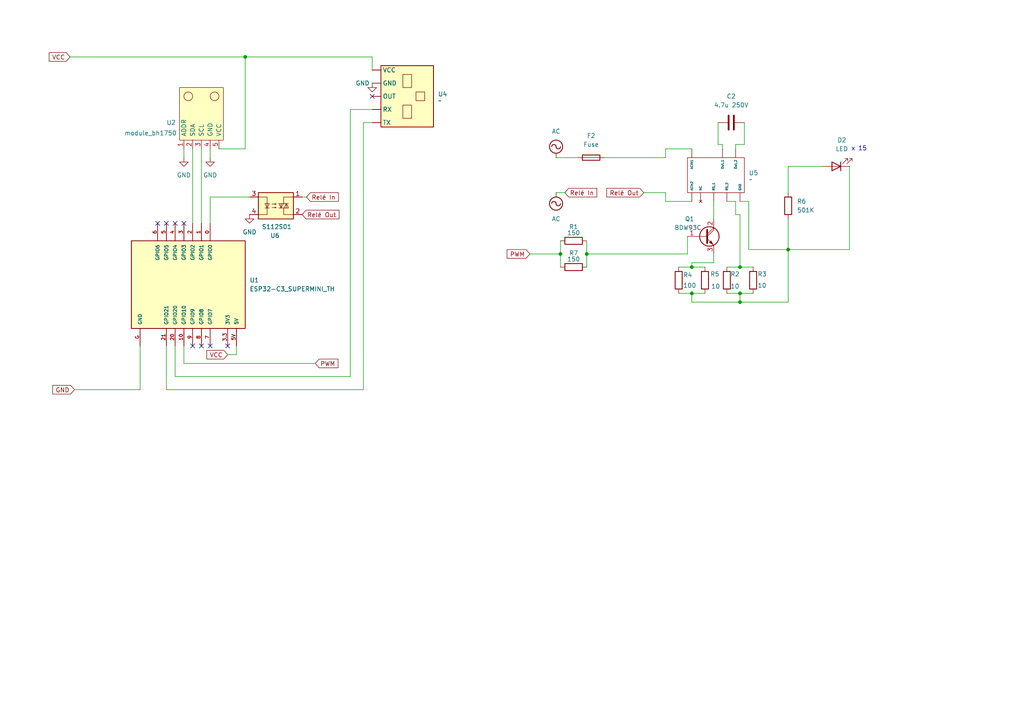
<source format=kicad_sch>
(kicad_sch (version 20250114) (generator "eeschema") (generator_version "9.0")
  (paper "A4")
  (title_block (title "Lâmpada"))
  (lib_symbols
    (symbol "Device:C" (pin_numbers (hide yes)) (pin_names (offset 0.254))
      (property "Reference" "C" (at 0.635 2.54 0))
      (property "Value" "C" (at 0.635 -2.54 0))
      (symbol "C_0_1"
        (polyline (pts (xy -2.032 0.762) (xy 2.032 0.762)) (stroke (width 0.508)))
        (polyline (pts (xy -2.032 -0.762) (xy 2.032 -0.762)) (stroke (width 0.508)))
      )
      (symbol "C_1_1"
        (pin passive line (at 0 3.81 270) (length 2.794) (name "~") (number "1"))
        (pin passive line (at 0 -3.81 90) (length 2.794) (name "~") (number "2"))
      )
    )
    (symbol "Device:Fuse" (pin_numbers (hide yes)) (pin_names (offset 0))
      (property "Reference" "F" (at 2.032 0 90))
      (property "Value" "Fuse" (at -1.905 0 90))
      (symbol "Fuse_0_1"
        (rectangle (start -0.762 -2.54) (end 0.762 2.54) (stroke (width 0.254)))
        (polyline (pts (xy 0 2.54) (xy 0 -2.54)))
      )
      (symbol "Fuse_1_1"
        (pin passive line (at 0 3.81 270) (length 1.27) (name "~") (number "1"))
        (pin passive line (at 0 -3.81 90) (length 1.27) (name "~") (number "2"))
      )
    )
    (symbol "Device:LED" (pin_numbers (hide yes)) (pin_names (offset 1.016) (hide yes))
      (property "Reference" "D" (at 0 2.54 0))
      (property "Value" "LED" (at 0 -2.54 0))
      (symbol "LED_0_1"
        (polyline (pts (xy -3.048 -0.762) (xy -4.572 -2.286) (xy -3.81 -2.286) (xy -4.572 -2.286) (xy -4.572 -1.524)))
        (polyline (pts (xy -1.778 -0.762) (xy -3.302 -2.286) (xy -2.54 -2.286) (xy -3.302 -2.286) (xy -3.302 -1.524)))
        (polyline (pts (xy -1.27 0) (xy 1.27 0)))
        (polyline (pts (xy -1.27 -1.27) (xy -1.27 1.27)) (stroke (width 0.254)))
        (polyline (pts (xy 1.27 -1.27) (xy 1.27 1.27) (xy -1.27 0) (xy 1.27 -1.27)) (stroke (width 0.254)))
      )
      (symbol "LED_1_1"
        (pin passive line (at -3.81 0 0) (length 2.54) (name "K") (number "1"))
        (pin passive line (at 3.81 0 180) (length 2.54) (name "A") (number "2"))
      )
    )
    (symbol "Device:R" (pin_numbers (hide yes)) (pin_names (offset 0))
      (property "Reference" "R" (at 2.032 0 90))
      (property "Value" "R" (at 0 0 90))
      (symbol "R_0_1"
        (rectangle (start -1.016 -2.54) (end 1.016 2.54) (stroke (width 0.254)))
      )
      (symbol "R_1_1"
        (pin passive line (at 0 3.81 270) (length 1.27) (name "~") (number "1"))
        (pin passive line (at 0 -3.81 90) (length 1.27) (name "~") (number "2"))
      )
    )
    (symbol "ESP32-C3_SUPERMINI_TH:ESP32-C3_SUPERMINI_TH" (pin_names (offset 1.016))
      (property "Reference" "U" (at -12.7 16.002 0))
      (property "Value" "ESP32-C3_SUPERMINI_TH" (at -12.7 -20.32 0))
      (symbol "ESP32-C3_SUPERMINI_TH_0_0"
        (rectangle (start -12.7 -17.78) (end 12.7 15.24) (stroke (width 0.254)) (fill (type background)))
        (pin bidirectional line (at -17.78 5.08 0) (length 5.08) (name "GPIO0") (number "0"))
        (pin bidirectional line (at -17.78 2.54 0) (length 5.08) (name "GPIO1") (number "1"))
        (pin bidirectional line (at -17.78 0 0) (length 5.08) (name "GPIO2") (number "2"))
        (pin bidirectional line (at -17.78 -2.54 0) (length 5.08) (name "GPIO3") (number "3"))
        (pin bidirectional line (at -17.78 -5.08 0) (length 5.08) (name "GPIO4") (number "4"))
        (pin bidirectional line (at -17.78 -7.62 0) (length 5.08) (name "GPIO5") (number "5"))
        (pin bidirectional line (at -17.78 -10.16 0) (length 5.08) (name "GPIO6") (number "6"))
        (pin power_in line (at 17.78 12.7 180) (length 5.08) (name "5V") (number "5V"))
        (pin power_in line (at 17.78 10.16 180) (length 5.08) (name "3V3") (number "3.3"))
        (pin bidirectional line (at 17.78 5.08 180) (length 5.08) (name "GPIO7") (number "7"))
        (pin bidirectional line (at 17.78 2.54 180) (length 5.08) (name "GPIO8") (number "8"))
        (pin bidirectional line (at 17.78 0 180) (length 5.08) (name "GPIO9") (number "9"))
        (pin bidirectional line (at 17.78 -2.54 180) (length 5.08) (name "GPIO10") (number "10"))
        (pin bidirectional line (at 17.78 -5.08 180) (length 5.08) (name "GPIO20") (number "20"))
        (pin bidirectional line (at 17.78 -7.62 180) (length 5.08) (name "GPIO21") (number "21"))
        (pin power_in line (at 17.78 -15.24 180) (length 5.08) (name "GND") (number "G"))
      )
    )
    (symbol "JWD1698D_1"
      (property "Reference" "U" (at 8.636 -5.08 0))
      (symbol "JWD1698D_1_0_1"
        (rectangle (start -10.16 -2.54) (end 6.35 -12.7))
      )
      (symbol "JWD1698D_1_1_1"
        (pin input line (at -8.89 0 270) (length 2.54) (name "ACIN1") (number ""))
        (pin input line (at -8.89 -15.24 90) (length 2.54) (name "ACin2") (number ""))
        (pin no_connect line (at -6.35 -15.24 90) (length 2.54) (name "NC") (number ""))
        (pin output line (at -2.54 -15.24 90) (length 2.54) (name "RS_1") (number ""))
        (pin output line (at 0 0 270) (length 2.54) (name "Out_1") (number ""))
        (pin output line (at 1.27 -15.24 90) (length 2.54) (name "RS_2") (number ""))
        (pin output line (at 3.81 0 270) (length 2.54) (name "Out_2") (number ""))
        (pin output line (at 5.08 -15.24 90) (length 2.54) (name "GND") (number ""))
      )
    )
    (symbol "LD2410C_1"
      (property "Reference" "U" (at 0 0 0))
      (symbol "LD2410C_1_0_1"
        (rectangle (start -16.51 7.62) (end -1.27 -10.16) (stroke (width 0.254)) (fill (type background)))
        (polyline (pts (xy -10.16 5.08) (xy -7.62 5.08) (xy -7.62 1.27) (xy -10.16 1.27) (xy -10.16 5.08)))
        (polyline (pts (xy -10.16 -3.81) (xy -10.16 -7.62) (xy -7.62 -7.62) (xy -7.62 -3.81) (xy -10.16 -3.81)))
        (polyline (pts (xy -6.35 0) (xy -3.81 0) (xy -3.81 -2.54) (xy -6.35 -2.54) (xy -6.35 0)))
      )
      (symbol "LD2410C_1_1_1"
        (pin input line (at -19.05 6.35 0) (length 2.54) (name "VCC") (number ""))
        (pin input line (at -19.05 2.54 0) (length 2.54) (name "GND") (number ""))
        (pin output line (at -19.05 -1.27 0) (length 2.54) (name "OUT") (number ""))
        (pin input line (at -19.05 -5.08 0) (length 2.54) (name "RX") (number ""))
        (pin output line (at -19.05 -8.89 0) (length 2.54) (name "TX") (number ""))
      )
    )
    (symbol "Relay_SolidState:S112S01"
      (property "Reference" "U" (at -5.08 5.08 0))
      (property "Value" "S112S01" (at 0 5.08 0))
      (symbol "S112S01_0_1"
        (rectangle (start -5.08 3.81) (end 5.08 -3.81) (stroke (width 0.254)) (fill (type background)))
        (polyline (pts (xy -5.08 2.54) (xy -2.54 2.54) (xy -2.54 -2.54) (xy -5.08 -2.54)))
        (polyline (pts (xy -3.175 -0.635) (xy -1.905 -0.635)))
        (polyline (pts (xy -2.54 -0.635) (xy -3.175 0.635) (xy -1.905 0.635) (xy -2.54 -0.635)))
        (polyline (pts (xy -1.143 0.508) (xy 0.127 0.508) (xy -0.254 0.381) (xy -0.254 0.635) (xy 0.127 0.508)))
        (polyline (pts (xy -1.143 -0.508) (xy 0.127 -0.508) (xy -0.254 -0.635) (xy -0.254 -0.381) (xy 0.127 -0.508)))
        (polyline (pts (xy 0.889 -0.635) (xy 3.683 -0.635) (xy 3.048 0.635) (xy 2.413 -0.635)))
        (polyline (pts (xy 1.524 -0.635) (xy 1.524 0.635)))
        (polyline (pts (xy 2.286 0.635) (xy 2.286 2.54) (xy 5.08 2.54)))
        (polyline (pts (xy 2.286 -0.635) (xy 2.286 -2.54) (xy 5.08 -2.54)))
        (polyline (pts (xy 3.048 0.635) (xy 3.048 -0.635)))
        (polyline (pts (xy 3.683 0.635) (xy 0.889 0.635) (xy 1.524 -0.635) (xy 2.159 0.635)))
      )
      (symbol "S112S01_1_1"
        (pin passive line (at -7.62 2.54 0) (length 2.54) (name "~") (number "3"))
        (pin passive line (at -7.62 -2.54 0) (length 2.54) (name "~") (number "4"))
        (pin passive line (at 7.62 2.54 180) (length 2.54) (name "~") (number "1"))
        (pin passive line (at 7.62 -2.54 180) (length 2.54) (name "~") (number "2"))
      )
    )
    (symbol "Transistor_BJT:BDW93C" (pin_names (offset 0) (hide yes))
      (property "Reference" "Q" (at 5.08 1.905 0))
      (property "Value" "BDW93C" (at 5.08 0 0))
      (symbol "BDW93C_0_1"
        (polyline (pts (xy -2.54 0) (xy 0.635 0)))
        (polyline (pts (xy 0.635 1.905) (xy 0.635 -1.905)) (stroke (width 0.508)))
        (polyline (pts (xy 0.635 0) (xy 2.54 1.905) (xy 2.54 2.54)))
        (circle (center 1.27 0) (radius 2.8194) (stroke (width 0.254)))
      )
      (symbol "BDW93C_1_1"
        (polyline (pts (xy 0.635 0.635) (xy 2.54 2.54)))
        (polyline (pts (xy 0.635 -0.635) (xy 2.54 -2.54)))
        (polyline (pts (xy 1.27 -1.778) (xy 1.778 -1.27) (xy 2.286 -2.286) (xy 1.27 -1.778)) (fill (type outline)))
        (pin input line (at -5.08 0 0) (length 2.54) (name "B") (number "1"))
        (pin passive line (at 2.54 5.08 270) (length 2.54) (name "C") (number "2"))
        (pin passive line (at 2.54 -5.08 90) (length 2.54) (name "E") (number "3"))
      )
    )
    (symbol "power:AC" (power) (pin_numbers (hide yes)) (pin_names (offset 0) (hide yes))
      (property "Value" "AC" (at 0 6.35 0))
      (symbol "AC_0_1"
        (arc (start -1.27 3.175) (mid -0.635 3.8073) (end 0 3.175) (stroke (width 0.254)))
        (circle (center 0 3.175) (radius 1.905) (stroke (width 0.254)))
        (polyline (pts (xy 0 0) (xy 0 1.27)))
        (arc (start 1.27 3.175) (mid 0.635 2.5427) (end 0 3.175) (stroke (width 0.254)))
      )
      (symbol "AC_1_1"
        (pin power_in line (at 0 0 90) (length 0) (name "~") (number "1"))
      )
    )
    (symbol "power:GND" (power) (pin_numbers (hide yes)) (pin_names (offset 0) (hide yes))
      (property "Value" "GND" (at 0 -3.81 0))
      (symbol "GND_0_1"
        (polyline (pts (xy 0 0) (xy 0 -1.27) (xy 1.27 -1.27) (xy 0 -2.54) (xy -1.27 -1.27) (xy 0 -1.27)))
      )
      (symbol "GND_1_1"
        (pin power_in line (at 0 0 270) (length 0) (name "~") (number "1"))
      )
    )
    (symbol "usini_sensors:module_bh1750" (pin_names (offset 1.016))
      (property "Reference" "U" (at 3.81 10.16 0))
      (property "Value" "module_bh1750" (at 10.16 -5.08 0))
      (symbol "module_bh1750_0_1"
        (rectangle (start 2.54 8.89) (end 17.78 -3.81) (fill (type background)))
        (circle (center 15.24 6.35) (radius 1.27))
        (circle (center 15.24 -1.27) (radius 1.27))
      )
      (symbol "module_bh1750_1_1"
        (pin input line (at 0 7.62 0) (length 2.54) (name "ADDR") (number "1"))
        (pin input line (at 0 5.08 0) (length 2.54) (name "SDA") (number "2"))
        (pin input line (at 0 2.54 0) (length 2.54) (name "SCL") (number "3"))
        (pin input line (at 0 0 0) (length 2.54) (name "GND") (number "4"))
        (pin input line (at 0 -2.54 0) (length 2.54) (name "VCC") (number "5"))
      )
    )
  )
  (text "x 15" (at 249.174 43.18 0) (effects (font (size 1.27 1.27))))
  (junction (at 214.63 77.47))
  (junction (at 71.12 16.51))
  (junction (at 214.63 85.09))
  (junction (at 170.18 73.66))
  (junction (at 214.63 87.63))
  (junction (at 162.56 73.66))
  (junction (at 228.6 72.39))
  (junction (at 200.66 85.09))
  (junction (at 200.66 77.47))
  (no_connect (at 55.88 100.33))
  (no_connect (at 53.34 64.77))
  (no_connect (at 50.8 64.77))
  (no_connect (at 60.96 100.33))
  (no_connect (at 45.72 64.77))
  (no_connect (at 48.26 64.77))
  (no_connect (at 107.95 27.94))
  (no_connect (at 58.42 100.33))
  (no_connect (at 66.04 100.33))
  (wire (pts (xy 215.9 35.56) (xy 215.9 41.91)))
  (wire (pts (xy 170.18 73.66) (xy 170.18 77.47)))
  (wire (pts (xy 60.96 57.15) (xy 72.39 57.15)))
  (wire (pts (xy 186.69 55.88) (xy 193.04 55.88)))
  (wire (pts (xy 214.63 58.42) (xy 217.17 58.42)))
  (wire (pts (xy 214.63 85.09) (xy 214.63 87.63)))
  (wire (pts (xy 246.38 48.26) (xy 246.38 72.39)))
  (wire (pts (xy 210.82 85.09) (xy 214.63 85.09)))
  (wire (pts (xy 213.36 62.23) (xy 214.63 62.23)))
  (wire (pts (xy 161.29 45.72) (xy 167.64 45.72)))
  (wire (pts (xy 153.67 73.66) (xy 162.56 73.66)))
  (wire (pts (xy 53.34 100.33) (xy 53.34 105.41)))
  (wire (pts (xy 193.04 55.88) (xy 193.04 58.42)))
  (wire (pts (xy 58.42 43.18) (xy 58.42 64.77)))
  (wire (pts (xy 40.64 113.03) (xy 40.64 100.33)))
  (wire (pts (xy 87.63 57.15) (xy 88.9 57.15)))
  (wire (pts (xy 213.36 43.18) (xy 213.36 41.91)))
  (wire (pts (xy 48.26 100.33) (xy 48.26 113.03)))
  (wire (pts (xy 105.41 35.56) (xy 107.95 35.56)))
  (wire (pts (xy 209.55 41.91) (xy 208.28 41.91)))
  (wire (pts (xy 217.17 58.42) (xy 217.17 72.39)))
  (wire (pts (xy 71.12 16.51) (xy 107.95 16.51)))
  (wire (pts (xy 207.01 76.2) (xy 200.66 76.2)))
  (wire (pts (xy 53.34 45.72) (xy 53.34 43.18)))
  (wire (pts (xy 246.38 72.39) (xy 228.6 72.39)))
  (wire (pts (xy 170.18 73.66) (xy 199.39 73.66)))
  (wire (pts (xy 170.18 69.85) (xy 170.18 73.66)))
  (wire (pts (xy 193.04 43.18) (xy 200.66 43.18)))
  (wire (pts (xy 209.55 43.18) (xy 209.55 41.91)))
  (wire (pts (xy 196.85 85.09) (xy 200.66 85.09)))
  (wire (pts (xy 53.34 105.41) (xy 91.44 105.41)))
  (wire (pts (xy 200.66 77.47) (xy 204.47 77.47)))
  (wire (pts (xy 228.6 48.26) (xy 238.76 48.26)))
  (wire (pts (xy 193.04 45.72) (xy 193.04 43.18)))
  (wire (pts (xy 214.63 87.63) (xy 228.6 87.63)))
  (wire (pts (xy 228.6 72.39) (xy 217.17 72.39)))
  (wire (pts (xy 105.41 35.56) (xy 105.41 113.03)))
  (wire (pts (xy 213.36 58.42) (xy 213.36 62.23)))
  (wire (pts (xy 193.04 58.42) (xy 200.66 58.42)))
  (wire (pts (xy 200.66 87.63) (xy 214.63 87.63)))
  (wire (pts (xy 200.66 85.09) (xy 204.47 85.09)))
  (wire (pts (xy 162.56 73.66) (xy 162.56 77.47)))
  (wire (pts (xy 214.63 62.23) (xy 214.63 77.47)))
  (wire (pts (xy 228.6 87.63) (xy 228.6 72.39)))
  (wire (pts (xy 48.26 113.03) (xy 105.41 113.03)))
  (wire (pts (xy 210.82 77.47) (xy 214.63 77.47)))
  (wire (pts (xy 60.96 64.77) (xy 60.96 57.15)))
  (wire (pts (xy 50.8 100.33) (xy 50.8 109.22)))
  (wire (pts (xy 63.5 43.18) (xy 71.12 43.18)))
  (wire (pts (xy 71.12 16.51) (xy 20.32 16.51)))
  (wire (pts (xy 71.12 43.18) (xy 71.12 16.51)))
  (wire (pts (xy 161.29 55.88) (xy 163.83 55.88)))
  (wire (pts (xy 55.88 43.18) (xy 55.88 64.77)))
  (wire (pts (xy 228.6 72.39) (xy 228.6 63.5)))
  (wire (pts (xy 60.96 43.18) (xy 60.96 45.72)))
  (wire (pts (xy 214.63 85.09) (xy 218.44 85.09)))
  (wire (pts (xy 210.82 58.42) (xy 213.36 58.42)))
  (wire (pts (xy 196.85 77.47) (xy 200.66 77.47)))
  (wire (pts (xy 228.6 55.88) (xy 228.6 48.26)))
  (wire (pts (xy 175.26 45.72) (xy 193.04 45.72)))
  (wire (pts (xy 107.95 20.32) (xy 107.95 16.51)))
  (wire (pts (xy 207.01 58.42) (xy 207.01 63.5)))
  (wire (pts (xy 213.36 41.91) (xy 215.9 41.91)))
  (wire (pts (xy 214.63 77.47) (xy 218.44 77.47)))
  (wire (pts (xy 200.66 76.2) (xy 200.66 77.47)))
  (wire (pts (xy 200.66 85.09) (xy 200.66 87.63)))
  (wire (pts (xy 68.58 102.87) (xy 66.04 102.87)))
  (wire (pts (xy 162.56 73.66) (xy 162.56 69.85)))
  (wire (pts (xy 199.39 73.66) (xy 199.39 68.58)))
  (wire (pts (xy 21.59 113.03) (xy 40.64 113.03)))
  (wire (pts (xy 207.01 73.66) (xy 207.01 76.2)))
  (wire (pts (xy 101.6 31.75) (xy 107.95 31.75)))
  (wire (pts (xy 50.8 109.22) (xy 101.6 109.22)))
  (wire (pts (xy 101.6 31.75) (xy 101.6 109.22)))
  (wire (pts (xy 208.28 35.56) (xy 208.28 41.91)))
  (wire (pts (xy 68.58 102.87) (xy 68.58 100.33)))
  (global_label "Relé Out" (shape input) (at 186.69 55.88 180) (property "Intersheetrefs" "${INTERSHEET_REFS}" (effects (hide yes))))
  (global_label "Relé In" (shape input) (at 88.9 57.15 0) (property "Intersheetrefs" "${INTERSHEET_REFS}" (effects (hide yes))))
  (global_label "PWM" (shape input) (at 153.67 73.66 180) (property "Intersheetrefs" "${INTERSHEET_REFS}" (effects (hide yes))))
  (global_label "Relé Out" (shape input) (at 87.63 62.23 0) (property "Intersheetrefs" "${INTERSHEET_REFS}" (effects (hide yes))))
  (global_label "VCC" (shape input) (at 66.04 102.87 180) (property "Intersheetrefs" "${INTERSHEET_REFS}" (effects (hide yes))))
  (global_label "VCC" (shape input) (at 20.32 16.51 180) (property "Intersheetrefs" "${INTERSHEET_REFS}" (effects (hide yes))))
  (global_label "GND" (shape input) (at 21.59 113.03 180) (property "Intersheetrefs" "${INTERSHEET_REFS}" (effects (hide yes))))
  (global_label "Relé In" (shape input) (at 163.83 55.88 0) (property "Intersheetrefs" "${INTERSHEET_REFS}" (effects (hide yes))))
  (global_label "PWM" (shape input) (at 91.44 105.41 0) (property "Intersheetrefs" "${INTERSHEET_REFS}" (effects (hide yes))))
  (symbol (lib_id "Device:R") (at 210.82 81.28 0) (unit 1)
    (property "Reference" "R2" (at 211.836 79.502 0) (effects (justify left)))
    (property "Value" "10" (at 211.836 83.058 0) (effects (justify left)))
    (property "Description" "Resistor" (effects (hide yes)))
  )
  (symbol (lib_id "Device:R") (at 166.37 69.85 90) (unit 1)
    (property "Reference" "R1" (at 166.37 65.786 90))
    (property "Value" "150" (at 166.37 67.564 90))
    (property "Description" "Resistor" (effects (hide yes)))
  )
  (symbol (lib_id "Device:R") (at 196.85 81.28 0) (unit 1)
    (property "Reference" "R4" (at 198.12 79.756 0) (effects (justify left)))
    (property "Value" "100" (at 198.12 82.804 0) (effects (justify left)))
    (property "Description" "Resistor" (effects (hide yes)))
  )
  (symbol (lib_id "Device:R") (at 204.47 81.28 0) (unit 1)
    (property "Reference" "R5" (at 205.994 79.502 0) (effects (justify left)))
    (property "Value" "10" (at 206.248 83.058 0) (effects (justify left)))
    (property "Description" "Resistor" (effects (hide yes)))
  )
  (symbol (lib_id "Device:C") (at 212.09 35.56 90) (unit 1)
    (property "Reference" "C2" (at 212.09 27.94 90))
    (property "Value" "4.7u 250V" (at 212.09 30.48 90))
    (property "Description" "Unpolarized capacitor" (effects (hide yes)))
  )
  (symbol (lib_name "JWD1698D_1") (lib_id "DIY:JWD1698D") (at 209.55 43.18 0) (unit 1)
    (property "Reference" "U5" (at 217.17 50.1649 0) (effects (justify left)))
    (property "Value" "~" (at 217.17 52.07 0) (effects (justify left)))
  )
  (symbol (lib_id "Device:R") (at 228.6 59.69 0) (unit 1)
    (property "Reference" "R6" (at 231.14 58.4199 0) (effects (justify left)))
    (property "Value" "501K" (at 231.14 60.9599 0) (effects (justify left)))
    (property "Description" "Resistor" (effects (hide yes)))
  )
  (symbol (lib_id "Device:R") (at 166.37 77.47 90) (unit 1)
    (property "Reference" "R7" (at 166.37 73.406 90))
    (property "Value" "150" (at 166.37 75.184 90))
    (property "Description" "Resistor" (effects (hide yes)))
  )
  (symbol (lib_id "Device:Fuse") (at 171.45 45.72 90) (unit 1)
    (property "Reference" "F2" (at 171.45 39.37 90))
    (property "Value" "Fuse" (at 171.45 41.91 90))
    (property "Description" "Fuse" (effects (hide yes)))
  )
  (symbol (lib_id "Relay_SolidState:S112S01") (at 80.01 59.69 0) (unit 1)
    (property "Reference" "U6" (at 79.756 68.326 0))
    (property "Value" "S112S01" (at 80.264 65.786 0))
    (property "Footprint" "Package_SIP:SIP4_Sharp-SSR_P7.62mm_Straight" (effects (hide yes)))
    (property "Datasheet" "http://www.sharp-world.com/products/device/lineup/data/pdf/datasheet/s112s01_e.pdf" (effects (hide yes)))
    (property "Description" "Random Phase Opto-Triac, Vdrm 400V, Ift 8mA, IT 12A" (effects (hide yes)))
  )
  (symbol (lib_id "usini_sensors:module_bh1750") (at 60.96 43.18 90) (unit 1)
    (property "Reference" "U2" (at 48.26 35.56 90) (effects (justify right)))
    (property "Value" "module_bh1750" (at 36.068 38.608 90) (effects (justify right)))
    (property "Footprint" "usini_sensors:module_bh1750" (effects (hide yes)))
  )
  (symbol (lib_id "power:GND") (at 107.95 24.13 0) (unit 1)
    (property "Reference" "#PWR06" (effects (hide yes)))
    (property "Value" "GND" (at 105.156 24.13 0))
    (property "Description" "Power symbol creates a global label with name \"GND\" , ground" (effects (hide yes)))
  )
  (symbol (lib_id "ESP32-C3_SUPERMINI_TH:ESP32-C3_SUPERMINI_TH") (at 55.88 82.55 270) (unit 1)
    (property "Reference" "U1" (at 72.39 81.2799 90) (effects (justify left)))
    (property "Value" "ESP32-C3_SUPERMINI_TH" (at 72.39 83.8199 90) (effects (justify left)))
    (property "Footprint" "ESP32-C3_SUPERMINI_TH:MODULE_ESP32-C3_SUPERMINI" (effects (hide yes)))
    (property "MF" "Espressif Systems" (effects (hide yes)))
    (property "MAXIMUM_PACKAGE_HEIGHT" "4.2mm" (effects (hide yes)))
    (property "Package" "Package" (effects (hide yes)))
    (property "Price" "None" (effects (hide yes)))
    (property "Check_prices" "https://www.snapeda.com/parts/ESP32-C3%20SuperMini_TH/Espressif+Systems/view-part/?ref=eda" (effects (hide yes)))
    (property "STANDARD" "Manufacturer Recommendations" (effects (hide yes)))
    (property "SnapEDA_Link" "https://www.snapeda.com/parts/ESP32-C3%20SuperMini_TH/Espressif+Systems/view-part/?ref=snap" (effects (hide yes)))
    (property "MP" "ESP32-C3 SuperMini_TH" (effects (hide yes)))
    (property "Description_1" "Super tiny ESP32-C3 board" (effects (hide yes)))
    (property "Availability" "Not in stock" (effects (hide yes)))
    (property "MANUFACTURER" "Espressif" (effects (hide yes)))
  )
  (symbol (lib_name "LD2410C_1") (lib_id "DIY:LD2410C") (at 127 26.67 0) (unit 1)
    (property "Reference" "U4" (at 127 27.3049 0) (effects (justify left)))
    (property "Value" "~" (at 127 29.21 0) (effects (justify left)))
  )
  (symbol (lib_id "power:GND") (at 53.34 45.72 0) (unit 1)
    (property "Reference" "#PWR08" (effects (hide yes)))
    (property "Value" "GND" (at 53.34 50.8 0))
    (property "Description" "Power symbol creates a global label with name \"GND\" , ground" (effects (hide yes)))
  )
  (symbol (lib_id "Device:R") (at 218.44 81.28 0) (unit 1)
    (property "Reference" "R3" (at 219.71 79.502 0) (effects (justify left)))
    (property "Value" "10" (at 219.71 82.804 0) (effects (justify left)))
    (property "Description" "Resistor" (effects (hide yes)))
  )
  (symbol (lib_id "power:GND") (at 60.96 45.72 0) (unit 1)
    (property "Reference" "#PWR07" (effects (hide yes)))
    (property "Value" "GND" (at 60.96 50.8 0))
    (property "Description" "Power symbol creates a global label with name \"GND\" , ground" (effects (hide yes)))
  )
  (symbol (lib_id "power:GND") (at 72.39 62.23 0) (unit 1)
    (property "Reference" "#PWR03" (effects (hide yes)))
    (property "Value" "GND" (at 72.39 67.31 0))
    (property "Description" "Power symbol creates a global label with name \"GND\" , ground" (effects (hide yes)))
  )
  (symbol (lib_id "Device:LED") (at 242.57 48.26 180) (unit 1)
    (property "Reference" "D2" (at 244.1575 40.64 0))
    (property "Value" "LED" (at 244.1575 43.18 0))
    (property "Description" "Light emitting diode" (effects (hide yes)))
    (property "Sim.Pins" "1=K 2=A" (effects (hide yes)))
  )
  (symbol (lib_id "power:AC") (at 161.29 55.88 180) (unit 1)
    (property "Reference" "#PWR05" (effects (hide yes)))
    (property "Value" "AC" (at 161.29 63.5 0))
    (property "Description" "Power symbol creates a global label with name \"AC\"" (effects (hide yes)))
  )
  (symbol (lib_id "Transistor_BJT:BDW93C") (at 204.47 68.58 0) (unit 1)
    (property "Reference" "Q1" (at 198.628 63.5 0) (effects (justify left)))
    (property "Value" "BDW93C" (at 195.58 66.04 0) (effects (justify left)))
    (property "Footprint" "Package_TO_SOT_THT:TO-220-3_Vertical" (effects (hide yes)))
    (property "Datasheet" "https://www.onsemi.com/pub/Collateral/BDW93C-D.pdf" (effects (hide yes)))
    (property "Description" "12A Ic, 100V Vce, Power Darlington NPN Transistor, TO-220" (effects (hide yes)))
  )
  (symbol (lib_id "power:AC") (at 161.29 45.72 0) (unit 1)
    (property "Reference" "#PWR04" (effects (hide yes)))
    (property "Value" "AC" (at 161.29 38.1 0))
    (property "Description" "Power symbol creates a global label with name \"AC\"" (effects (hide yes)))
  )
)
</source>
